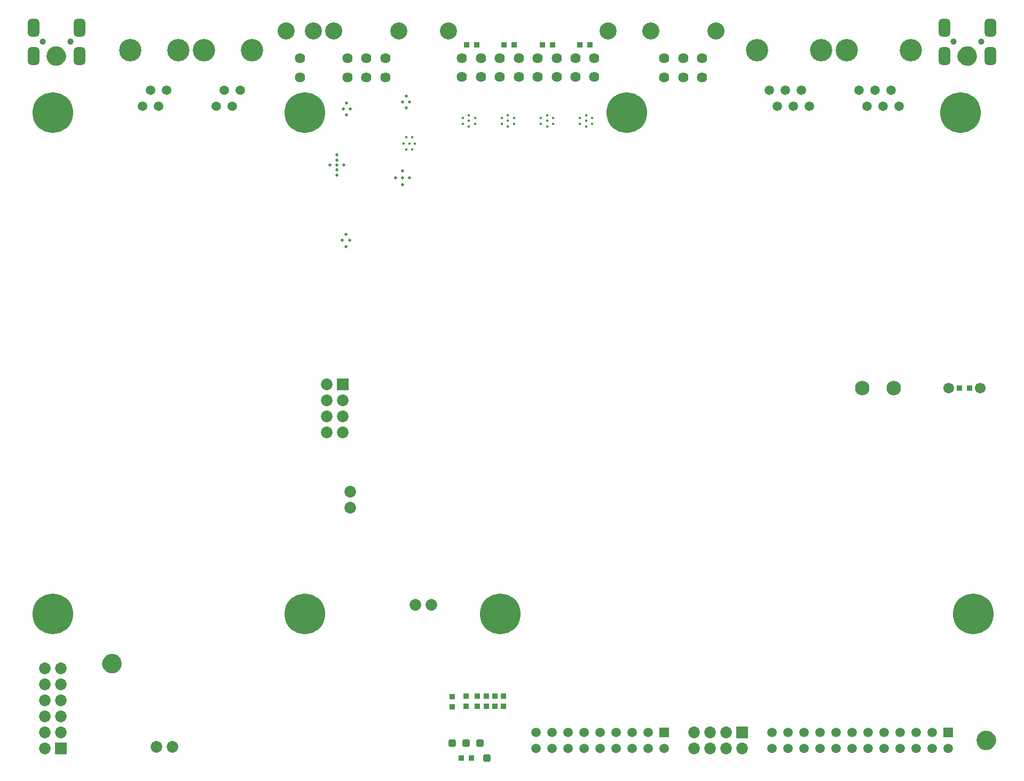
<source format=gbs>
G04*
G04 #@! TF.GenerationSoftware,Altium Limited,Altium Designer,20.0.10 (225)*
G04*
G04 Layer_Color=16711935*
%FSLAX25Y25*%
%MOIN*%
G70*
G01*
G75*
%ADD139C,0.10236*%
%ADD150R,0.03550X0.03550*%
G04:AMPARAMS|DCode=151|XSize=43.37mil|YSize=43.37mil|CornerRadius=5.94mil|HoleSize=0mil|Usage=FLASHONLY|Rotation=90.000|XOffset=0mil|YOffset=0mil|HoleType=Round|Shape=RoundedRectangle|*
%AMROUNDEDRECTD151*
21,1,0.04337,0.03150,0,0,90.0*
21,1,0.03150,0.04337,0,0,90.0*
1,1,0.01187,0.01575,0.01575*
1,1,0.01187,0.01575,-0.01575*
1,1,0.01187,-0.01575,-0.01575*
1,1,0.01187,-0.01575,0.01575*
%
%ADD151ROUNDEDRECTD151*%
%ADD155R,0.03550X0.03550*%
G04:AMPARAMS|DCode=171|XSize=43.37mil|YSize=43.37mil|CornerRadius=5.94mil|HoleSize=0mil|Usage=FLASHONLY|Rotation=180.000|XOffset=0mil|YOffset=0mil|HoleType=Round|Shape=RoundedRectangle|*
%AMROUNDEDRECTD171*
21,1,0.04337,0.03150,0,0,180.0*
21,1,0.03150,0.04337,0,0,180.0*
1,1,0.01187,-0.01575,0.01575*
1,1,0.01187,0.01575,0.01575*
1,1,0.01187,0.01575,-0.01575*
1,1,0.01187,-0.01575,-0.01575*
%
%ADD171ROUNDEDRECTD171*%
%ADD256C,0.03943*%
%ADD258C,0.07290*%
%ADD259R,0.07290X0.07290*%
%ADD260C,0.13976*%
%ADD261C,0.05912*%
%ADD262C,0.01968*%
%ADD263C,0.06400*%
%ADD264C,0.10669*%
%ADD265R,0.07290X0.07290*%
%ADD266C,0.25400*%
%ADD267C,0.03550*%
%ADD268R,0.05912X0.05912*%
%ADD269C,0.06699*%
%ADD270C,0.09061*%
%ADD271C,0.01772*%
G04:AMPARAMS|DCode=370|XSize=110.3mil|YSize=70.93mil|CornerRadius=18.73mil|HoleSize=0mil|Usage=FLASHONLY|Rotation=90.000|XOffset=0mil|YOffset=0mil|HoleType=Round|Shape=RoundedRectangle|*
%AMROUNDEDRECTD370*
21,1,0.11030,0.03347,0,0,90.0*
21,1,0.07284,0.07093,0,0,90.0*
1,1,0.03746,0.01673,0.03642*
1,1,0.03746,0.01673,-0.03642*
1,1,0.03746,-0.01673,-0.03642*
1,1,0.03746,-0.01673,0.03642*
%
%ADD370ROUNDEDRECTD370*%
D139*
X65453Y67592D02*
X64961Y68445D01*
X63976D01*
X63484Y67592D01*
X63976Y66740D01*
X64961D01*
X65453Y67592D01*
X599409Y446850D02*
X598917Y447703D01*
X597933D01*
X597441Y446850D01*
X597933Y445998D01*
X598917D01*
X599409Y446850D01*
X30512D02*
X30020Y447703D01*
X29035D01*
X28543Y446850D01*
X29035Y445998D01*
X30020D01*
X30512Y446850D01*
X611221Y19685D02*
X610728Y20537D01*
X609744D01*
X609252Y19685D01*
X609744Y18833D01*
X610728D01*
X611221Y19685D01*
D150*
X303696Y47102D02*
D03*
Y40803D02*
D03*
X292804Y47102D02*
D03*
Y40803D02*
D03*
X298250Y47102D02*
D03*
Y40803D02*
D03*
X285688Y40732D02*
D03*
Y47031D02*
D03*
X277123Y46704D02*
D03*
Y40404D02*
D03*
X309141Y47102D02*
D03*
Y40803D02*
D03*
D151*
X294217Y17837D02*
D03*
X298547Y8427D02*
D03*
X276894Y17837D02*
D03*
D155*
X288987Y8427D02*
D03*
X282688Y8427D02*
D03*
X593720Y239514D02*
D03*
X600019D02*
D03*
X339637Y453800D02*
D03*
X333338Y453800D02*
D03*
X315708Y453800D02*
D03*
X309409Y453800D02*
D03*
X362934Y453800D02*
D03*
X356634Y453800D02*
D03*
X292209Y453800D02*
D03*
X285909Y453800D02*
D03*
D171*
X285555Y17837D02*
D03*
D256*
X590108Y455861D02*
D03*
X607431D02*
D03*
X21358Y455862D02*
D03*
X38681D02*
D03*
D258*
X457913Y14370D02*
D03*
X427913Y24370D02*
D03*
X437913D02*
D03*
X447913D02*
D03*
Y14370D02*
D03*
X437913D02*
D03*
X427913D02*
D03*
X92243Y15376D02*
D03*
X102243D02*
D03*
X32500Y64370D02*
D03*
Y44370D02*
D03*
Y54370D02*
D03*
X22500D02*
D03*
Y64370D02*
D03*
X32500Y34370D02*
D03*
X22500D02*
D03*
X32500Y24370D02*
D03*
X22500Y14370D02*
D03*
Y44370D02*
D03*
Y24370D02*
D03*
X208611Y211839D02*
D03*
X198611D02*
D03*
Y241839D02*
D03*
Y231839D02*
D03*
X208611D02*
D03*
Y221839D02*
D03*
X198611D02*
D03*
X254125Y104192D02*
D03*
X264125D02*
D03*
X213433Y174767D02*
D03*
Y164767D02*
D03*
D259*
X457913Y24370D02*
D03*
D260*
X76100Y450400D02*
D03*
X106100D02*
D03*
X563400D02*
D03*
X523400D02*
D03*
X467366Y450402D02*
D03*
X507366D02*
D03*
X122137D02*
D03*
X152137D02*
D03*
D261*
X83600Y415400D02*
D03*
X88600Y425400D02*
D03*
X93600Y415400D02*
D03*
X98600Y425400D02*
D03*
X530900D02*
D03*
X535900Y415400D02*
D03*
X555900D02*
D03*
X550900Y425400D02*
D03*
X545900Y415400D02*
D03*
X540900Y425400D02*
D03*
X484866Y425402D02*
D03*
X489866Y415402D02*
D03*
X494866Y425402D02*
D03*
X499866Y415402D02*
D03*
X479866D02*
D03*
X474866Y425402D02*
D03*
X129637Y415402D02*
D03*
X134637Y425402D02*
D03*
X139637Y415402D02*
D03*
X144637Y425402D02*
D03*
X399331Y24370D02*
D03*
X379331D02*
D03*
X409331Y14370D02*
D03*
X389331Y24370D02*
D03*
X359331D02*
D03*
X369331D02*
D03*
X349331D02*
D03*
X339331Y14370D02*
D03*
Y24370D02*
D03*
X399331Y14370D02*
D03*
X389331D02*
D03*
X359331D02*
D03*
X349331D02*
D03*
X379331D02*
D03*
X369331D02*
D03*
X329331Y24370D02*
D03*
Y14370D02*
D03*
X496504Y14370D02*
D03*
X506504D02*
D03*
X476504D02*
D03*
X486504D02*
D03*
X476504Y24370D02*
D03*
X486504D02*
D03*
X496504D02*
D03*
X506504D02*
D03*
X546504Y14370D02*
D03*
X556504D02*
D03*
X526504D02*
D03*
X536504D02*
D03*
X566504D02*
D03*
X576504D02*
D03*
X516504Y24370D02*
D03*
Y14370D02*
D03*
X526504Y24370D02*
D03*
X546504D02*
D03*
X536504D02*
D03*
X566504D02*
D03*
X586504Y14370D02*
D03*
X556504Y24370D02*
D03*
X576504D02*
D03*
D262*
X248244Y414330D02*
D03*
Y421810D02*
D03*
X250409Y418070D02*
D03*
X246079D02*
D03*
X208867Y413780D02*
D03*
X213198D02*
D03*
X211033Y417520D02*
D03*
Y410040D02*
D03*
X205127Y378806D02*
D03*
Y375656D02*
D03*
Y372507D02*
D03*
X209458Y378806D02*
D03*
X205127Y381956D02*
D03*
Y385105D02*
D03*
X200797Y378806D02*
D03*
X208447Y331638D02*
D03*
X212974D02*
D03*
X210711Y327898D02*
D03*
Y335378D02*
D03*
X246013Y370733D02*
D03*
X250344D02*
D03*
X246013Y375063D02*
D03*
X241683Y370733D02*
D03*
X246013Y366402D02*
D03*
D263*
X409489Y433622D02*
D03*
X421300D02*
D03*
X433111D02*
D03*
Y445433D02*
D03*
X421300D02*
D03*
X409489D02*
D03*
X283124Y445441D02*
D03*
X294935D02*
D03*
X306746D02*
D03*
X342179D02*
D03*
X330368D02*
D03*
X365801D02*
D03*
X283124Y433642D02*
D03*
X294935D02*
D03*
X306746D02*
D03*
X342179D02*
D03*
X330368D02*
D03*
X365801D02*
D03*
X318557Y445441D02*
D03*
X353990D02*
D03*
X318557Y433642D02*
D03*
X353990D02*
D03*
X211565Y433622D02*
D03*
X223376D02*
D03*
X235187D02*
D03*
Y445433D02*
D03*
X223376D02*
D03*
X211565D02*
D03*
X181890Y433622D02*
D03*
Y445433D02*
D03*
D264*
X401024Y462441D02*
D03*
X441576D02*
D03*
X274659Y462449D02*
D03*
X374265D02*
D03*
X203100Y462441D02*
D03*
X243651D02*
D03*
X190355Y462441D02*
D03*
X173425D02*
D03*
D265*
X32500Y14370D02*
D03*
X208611Y241839D02*
D03*
D266*
X594488Y411417D02*
D03*
X385827Y411417D02*
D03*
X185039D02*
D03*
X27559Y411417D02*
D03*
Y98425D02*
D03*
X185039D02*
D03*
X307087D02*
D03*
X602362D02*
D03*
D267*
X594488Y420866D02*
D03*
X586305Y416142D02*
D03*
Y406693D02*
D03*
X594488Y401968D02*
D03*
X602671Y406693D02*
D03*
Y416142D02*
D03*
X394010Y416142D02*
D03*
Y406693D02*
D03*
X385827Y401968D02*
D03*
X377644Y406693D02*
D03*
Y416142D02*
D03*
X385827Y420866D02*
D03*
X185039D02*
D03*
X176856Y416142D02*
D03*
Y406693D02*
D03*
X185039Y401968D02*
D03*
X193222Y406693D02*
D03*
Y416142D02*
D03*
X35742Y416142D02*
D03*
Y406693D02*
D03*
X27559Y401968D02*
D03*
X19376Y406693D02*
D03*
Y416142D02*
D03*
X27559Y420866D02*
D03*
Y107874D02*
D03*
X19376Y103149D02*
D03*
Y93701D02*
D03*
X27559Y88976D02*
D03*
X35742Y93701D02*
D03*
Y103149D02*
D03*
X193222D02*
D03*
Y93701D02*
D03*
X185039Y88976D02*
D03*
X176856Y93701D02*
D03*
Y103149D02*
D03*
X185039Y107874D02*
D03*
X307087D02*
D03*
X298904Y103149D02*
D03*
Y93701D02*
D03*
X307087Y88976D02*
D03*
X315270Y93701D02*
D03*
Y103149D02*
D03*
X610545D02*
D03*
Y93701D02*
D03*
X602362Y88976D02*
D03*
X594179Y93701D02*
D03*
Y103149D02*
D03*
X602362Y107874D02*
D03*
D268*
X409331Y24370D02*
D03*
X586504Y24370D02*
D03*
D269*
X606712Y239514D02*
D03*
X587027D02*
D03*
D270*
X533057D02*
D03*
X552742D02*
D03*
D271*
X246651Y392182D02*
D03*
X250214D02*
D03*
X248435Y396021D02*
D03*
X251998D02*
D03*
X248435Y388344D02*
D03*
X251998D02*
D03*
X253777Y392182D02*
D03*
X360630Y409921D02*
D03*
X364469Y408142D02*
D03*
Y404578D02*
D03*
X356791Y408142D02*
D03*
Y404578D02*
D03*
X360630Y406358D02*
D03*
Y402795D02*
D03*
X336163D02*
D03*
Y406358D02*
D03*
X332325Y404578D02*
D03*
Y408142D02*
D03*
X340002Y404578D02*
D03*
Y408142D02*
D03*
X336163Y409921D02*
D03*
X287445D02*
D03*
X291283Y408142D02*
D03*
Y404578D02*
D03*
X283606Y408142D02*
D03*
Y404578D02*
D03*
X287445Y406358D02*
D03*
Y402795D02*
D03*
X311705D02*
D03*
Y406358D02*
D03*
X307866Y404578D02*
D03*
Y408142D02*
D03*
X315543Y404578D02*
D03*
Y408142D02*
D03*
X311705Y409921D02*
D03*
D370*
X584400Y446707D02*
D03*
Y464424D02*
D03*
X613140D02*
D03*
Y446707D02*
D03*
X15650Y446709D02*
D03*
Y464425D02*
D03*
X44390D02*
D03*
Y446709D02*
D03*
M02*

</source>
